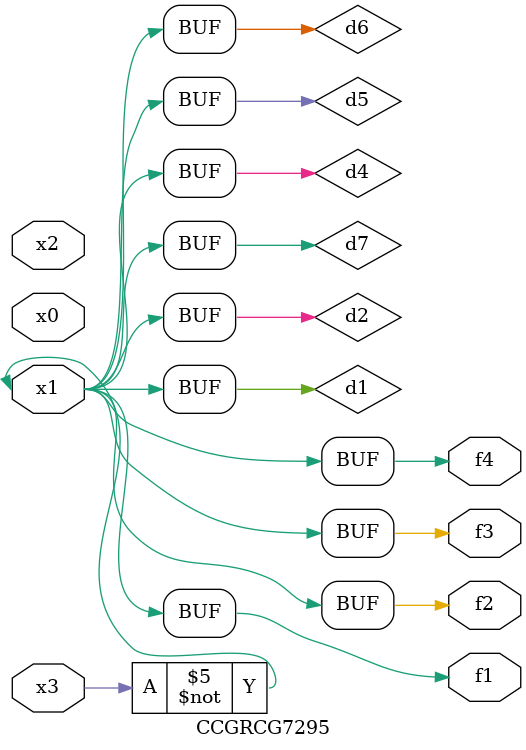
<source format=v>
module CCGRCG7295(
	input x0, x1, x2, x3,
	output f1, f2, f3, f4
);

	wire d1, d2, d3, d4, d5, d6, d7;

	not (d1, x3);
	buf (d2, x1);
	xnor (d3, d1, d2);
	nor (d4, d1);
	buf (d5, d1, d2);
	buf (d6, d4, d5);
	nand (d7, d4);
	assign f1 = d6;
	assign f2 = d7;
	assign f3 = d6;
	assign f4 = d6;
endmodule

</source>
